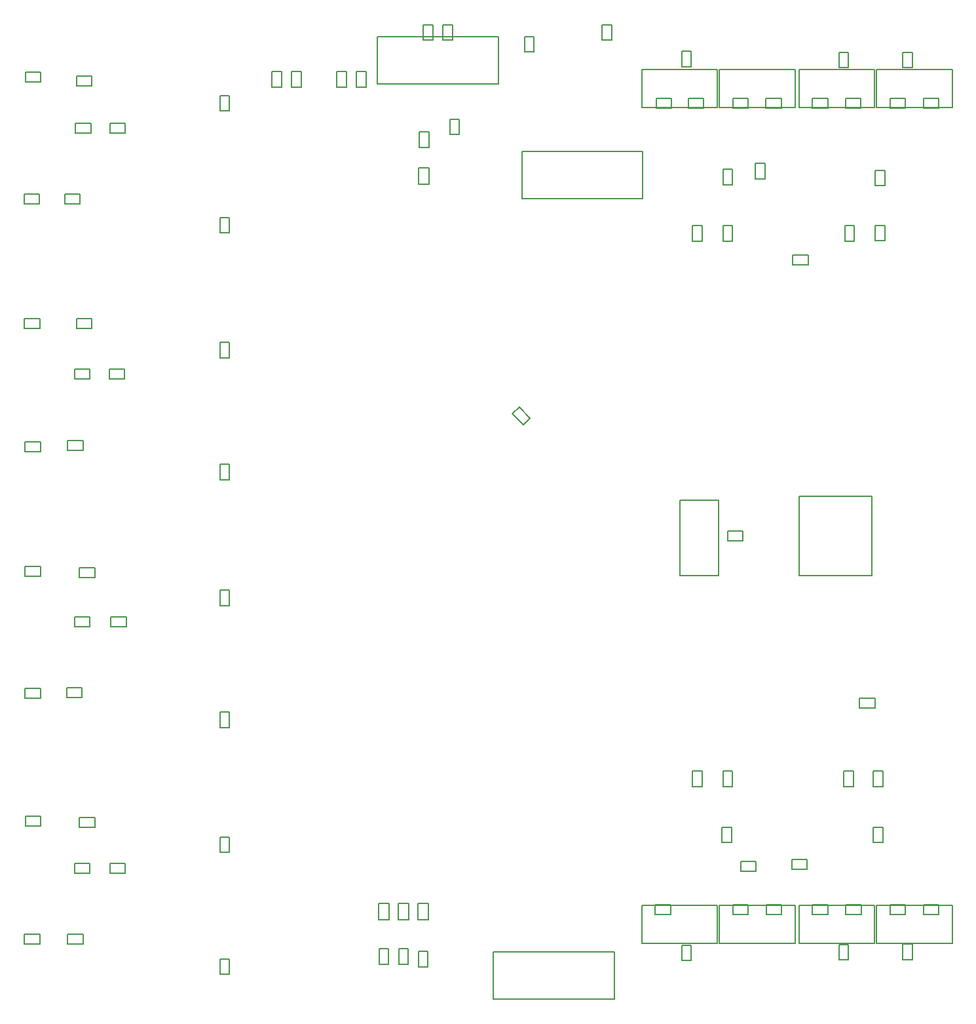
<source format=gbr>
%TF.GenerationSoftware,Altium Limited,Altium Designer,21.6.4 (81)*%
G04 Layer_Color=32896*
%FSLAX43Y43*%
%MOMM*%
%TF.SameCoordinates,95A2699C-722C-4572-8EE5-7BEA9F810E30*%
%TF.FilePolarity,Positive*%
%TF.FileFunction,Other,Mechanical_12*%
%TF.Part,Single*%
G01*
G75*
%TA.AperFunction,NonConductor*%
%ADD94C,0.200*%
%ADD95C,0.150*%
D94*
X-72527Y115800D02*
Y117800D01*
X-73777D02*
X-72527D01*
X-73777Y115800D02*
Y117800D01*
Y115800D02*
X-72527D01*
X-76414Y109400D02*
Y111500D01*
X-77764Y109400D02*
X-76414D01*
X-77764D02*
Y111500D01*
X-76414D01*
X-103495Y118848D02*
X-102245D01*
X-103495D02*
Y120848D01*
X-102245D01*
Y118848D02*
Y120848D01*
X-103495Y39219D02*
X-102245D01*
X-103495D02*
Y41219D01*
X-102245D01*
Y39219D02*
Y41219D01*
X-103495Y23090D02*
X-102245D01*
X-103495D02*
Y25090D01*
X-102245D01*
Y23090D02*
Y25090D01*
X-103495Y7342D02*
X-102245D01*
X-103495D02*
Y9342D01*
X-102245D01*
Y7342D02*
Y9342D01*
X-123174Y11273D02*
Y12523D01*
X-121174D01*
Y11273D02*
Y12523D01*
X-123174Y11273D02*
X-121174D01*
X-121650Y26386D02*
Y27636D01*
X-119650D01*
Y26386D02*
Y27636D01*
X-121650Y26386D02*
X-119650D01*
X-121650Y58644D02*
Y59894D01*
X-119650D01*
Y58644D02*
Y59894D01*
X-121650Y58644D02*
X-119650D01*
X-123174Y75027D02*
Y76277D01*
X-121174D01*
Y75027D02*
Y76277D01*
X-123174Y75027D02*
X-121174D01*
X-122031Y90775D02*
Y92025D01*
X-120031D01*
Y90775D02*
Y92025D01*
X-122031Y90775D02*
X-120031D01*
X-122031Y122144D02*
Y123394D01*
X-120031D01*
Y122144D02*
Y123394D01*
X-122031Y122144D02*
X-120031D01*
X-128635Y122652D02*
Y123902D01*
X-126635D01*
Y122652D02*
Y123902D01*
X-128635Y122652D02*
X-126635D01*
X-123301Y43150D02*
Y44400D01*
X-121301D01*
Y43150D02*
Y44400D01*
X-123301Y43150D02*
X-121301D01*
X-74666Y127992D02*
X-73416D01*
X-74666D02*
Y129992D01*
X-73416D01*
Y127992D02*
Y129992D01*
X-64125Y126468D02*
X-62875D01*
X-64125D02*
Y128468D01*
X-62875D01*
Y126468D02*
Y128468D01*
X-54092Y129992D02*
X-52842D01*
Y127992D02*
Y129992D01*
X-54092Y127992D02*
X-52842D01*
X-54092D02*
Y129992D01*
X-65665Y79727D02*
X-64781Y80611D01*
X-63367Y79197D01*
X-64251Y78313D02*
X-63367Y79197D01*
X-65665Y79727D02*
X-64251Y78313D01*
X-47228Y15083D02*
Y16333D01*
X-45228D01*
Y15083D02*
Y16333D01*
X-47228Y15083D02*
X-45228D01*
X-32877D02*
Y16333D01*
X-30877D01*
Y15083D02*
Y16333D01*
X-32877Y15083D02*
X-30877D01*
X-26908D02*
Y16333D01*
X-24908D01*
Y15083D02*
Y16333D01*
X-26908Y15083D02*
X-24908D01*
X-22590D02*
Y16333D01*
X-20590D01*
Y15083D02*
Y16333D01*
X-22590Y15083D02*
X-20590D01*
X-12557D02*
Y16333D01*
X-10557D01*
Y15083D02*
Y16333D01*
X-12557Y15083D02*
X-10557D01*
X-27575Y20925D02*
Y22175D01*
X-29575Y20925D02*
X-27575D01*
X-29575D02*
Y22175D01*
X-27575D01*
X-34179Y20671D02*
Y21921D01*
X-36179Y20671D02*
X-34179D01*
X-36179D02*
Y21921D01*
X-34179D01*
X-38598Y24360D02*
X-37348D01*
X-38598D02*
Y26360D01*
X-37348D01*
Y24360D02*
Y26360D01*
X-42408Y31599D02*
X-41158D01*
X-42408D02*
Y33599D01*
X-41158D01*
Y31599D02*
Y33599D01*
X-38471Y31599D02*
X-37221D01*
X-38471D02*
Y33599D01*
X-37221D01*
Y31599D02*
Y33599D01*
X-22850Y31599D02*
X-21600D01*
X-22850D02*
Y33599D01*
X-21600D01*
Y31599D02*
Y33599D01*
X-35868Y63343D02*
Y64593D01*
X-37868Y63343D02*
X-35868D01*
X-37868D02*
Y64593D01*
X-35868D01*
X-28597Y58850D02*
X-19250D01*
X-28597D02*
Y69086D01*
X-19250D01*
Y58850D02*
Y69086D01*
X-27448Y99030D02*
Y100280D01*
X-29448Y99030D02*
X-27448D01*
X-29448D02*
Y100280D01*
X-27448D01*
X-42408Y104049D02*
X-41158D01*
Y102049D02*
Y104049D01*
X-42408Y102049D02*
X-41158D01*
X-42408D02*
Y104049D01*
X-34280Y112085D02*
X-33030D01*
Y110085D02*
Y112085D01*
X-34280Y110085D02*
X-33030D01*
X-34280D02*
Y112085D01*
X-22723Y104049D02*
X-21473D01*
Y102049D02*
Y104049D01*
X-22723Y102049D02*
X-21473D01*
X-22723D02*
Y104049D01*
X-18786Y104084D02*
X-17536D01*
Y102084D02*
Y104084D01*
X-18786Y102084D02*
X-17536D01*
X-18786D02*
Y104084D01*
X-10557Y119223D02*
Y120473D01*
X-12557Y119223D02*
X-10557D01*
X-12557D02*
Y120473D01*
X-10557D01*
X-14875Y119223D02*
Y120473D01*
X-16875Y119223D02*
X-14875D01*
X-16875D02*
Y120473D01*
X-14875D01*
X-22625Y119223D02*
Y120473D01*
X-20625D01*
Y119223D02*
Y120473D01*
X-22625Y119223D02*
X-20625D01*
X-24908D02*
Y120473D01*
X-26908Y119223D02*
X-24908D01*
X-26908D02*
Y120473D01*
X-24908D01*
X-30912Y119223D02*
Y120473D01*
X-32912Y119223D02*
X-30912D01*
X-32912D02*
Y120473D01*
X-30912D01*
X-35195Y119223D02*
Y120473D01*
X-37195Y119223D02*
X-35195D01*
X-37195D02*
Y120473D01*
X-35195D01*
X-42945Y119223D02*
Y120473D01*
X-40945D01*
Y119223D02*
Y120473D01*
X-42945Y119223D02*
X-40945D01*
X-45101D02*
Y120473D01*
X-47101Y119223D02*
X-45101D01*
X-47101D02*
Y120473D01*
X-45101D01*
X-52525Y4195D02*
Y10295D01*
X-68125D02*
X-52525D01*
X-68125Y4195D02*
Y10295D01*
Y4195D02*
X-52525D01*
X-77891Y14404D02*
X-76541D01*
Y16504D01*
X-77891D02*
X-76541D01*
X-77891Y14404D02*
Y16504D01*
X-80431Y14404D02*
Y16504D01*
X-79081D01*
Y14404D02*
Y16504D01*
X-80431Y14404D02*
X-79081D01*
X-82971D02*
Y16504D01*
X-81621D01*
Y14404D02*
Y16504D01*
X-82971Y14404D02*
X-81621D01*
X-8826Y119278D02*
Y124238D01*
X-18606Y119278D02*
X-8826D01*
X-18606D02*
Y124238D01*
X-8826D01*
X-18859Y119273D02*
Y124233D01*
X-28639Y119273D02*
X-18859D01*
X-28639D02*
Y124233D01*
X-18859D01*
X-29146Y119278D02*
Y124238D01*
X-38926Y119278D02*
X-29146D01*
X-38926D02*
Y124238D01*
X-29146D01*
X-39179Y119278D02*
Y124238D01*
X-48959Y119278D02*
X-39179D01*
X-48959D02*
Y124238D01*
X-39179D01*
X-28639Y11318D02*
X-18859D01*
Y16278D01*
X-28639D02*
X-18859D01*
X-28639Y11318D02*
Y16278D01*
X-18606Y11318D02*
X-8826D01*
Y16278D01*
X-18606D02*
X-8826D01*
X-18606Y11318D02*
Y16278D01*
X-38926Y11318D02*
X-29146D01*
Y16278D01*
X-38926D02*
X-29146D01*
X-38926Y11318D02*
Y16278D01*
X-48959Y11318D02*
X-39179D01*
Y16278D01*
X-48959D02*
X-39179D01*
X-48959Y11318D02*
Y16278D01*
X-64442Y113627D02*
X-48842D01*
Y107527D02*
Y113627D01*
X-64442Y107527D02*
X-48842D01*
X-64442D02*
Y113627D01*
X-83111Y128440D02*
X-67511D01*
Y122340D02*
Y128440D01*
X-83111Y122340D02*
X-67511D01*
X-83111D02*
Y128440D01*
X-95514Y121931D02*
Y123931D01*
X-96764D02*
X-95514D01*
X-96764Y121931D02*
Y123931D01*
Y121931D02*
X-95514D01*
X-92974D02*
Y123931D01*
X-94224D02*
X-92974D01*
X-94224Y121931D02*
Y123931D01*
Y121931D02*
X-92974D01*
X-87132D02*
Y123931D01*
X-88382D02*
X-87132D01*
X-88382Y121931D02*
Y123931D01*
Y121931D02*
X-87132D01*
X-84592D02*
Y123931D01*
X-85842D02*
X-84592D01*
X-85842Y121931D02*
Y123931D01*
Y121931D02*
X-84592D01*
X-75956Y127992D02*
Y129992D01*
X-77206D02*
X-75956D01*
X-77206Y127992D02*
Y129992D01*
Y127992D02*
X-75956D01*
X-38471Y102027D02*
Y104027D01*
Y102027D02*
X-37221D01*
Y104027D01*
X-38471D02*
X-37221D01*
X-38471Y109323D02*
Y111323D01*
Y109323D02*
X-37221D01*
Y111323D01*
X-38471D02*
X-37221D01*
X-17807Y24377D02*
Y26377D01*
X-19057D02*
X-17807D01*
X-19057Y24377D02*
Y26377D01*
Y24377D02*
X-17807D01*
X-17790Y31599D02*
Y33599D01*
X-19040D02*
X-17790D01*
X-19040Y31599D02*
Y33599D01*
Y31599D02*
X-17790D01*
X-37195Y16333D02*
X-35195D01*
X-37195Y15083D02*
Y16333D01*
Y15083D02*
X-35195D01*
Y16333D01*
X-16875D02*
X-14875D01*
X-16875Y15083D02*
Y16333D01*
Y15083D02*
X-14875D01*
Y16333D01*
X-15230Y126436D02*
X-13980D01*
Y124436D02*
Y126436D01*
X-15230Y124436D02*
X-13980D01*
X-15230D02*
Y126436D01*
X-23485D02*
X-22235D01*
Y124436D02*
Y126436D01*
X-23485Y124436D02*
X-22235D01*
X-23485D02*
Y126436D01*
X-43805Y126598D02*
X-42555D01*
Y124598D02*
Y126598D01*
X-43805Y124598D02*
X-42555D01*
X-43805D02*
Y126598D01*
X-20812Y41753D02*
X-18812D01*
Y43003D01*
X-20812D02*
X-18812D01*
X-20812Y41753D02*
Y43003D01*
X-44009Y58824D02*
X-39049D01*
X-44009D02*
Y68604D01*
X-39049D01*
Y58824D02*
Y68604D01*
X-13980Y9247D02*
Y11247D01*
X-15230D02*
X-13980D01*
X-15230Y9247D02*
Y11247D01*
Y9247D02*
X-13980D01*
X-22235Y9212D02*
Y11212D01*
X-23485D02*
X-22235D01*
X-23485Y9212D02*
Y11212D01*
Y9212D02*
X-22235D01*
X-42555Y9120D02*
Y11120D01*
X-43805D02*
X-42555D01*
X-43805Y9120D02*
Y11120D01*
Y9120D02*
X-42555D01*
X-102245Y103100D02*
Y105100D01*
X-103495D02*
X-102245D01*
X-103495Y103100D02*
Y105100D01*
Y103100D02*
X-102245D01*
Y86971D02*
Y88971D01*
X-103495D02*
X-102245D01*
X-103495Y86971D02*
Y88971D01*
Y86971D02*
X-102245D01*
Y71223D02*
Y73223D01*
X-103495D02*
X-102245D01*
X-103495Y71223D02*
Y73223D01*
Y71223D02*
X-102245D01*
Y54967D02*
Y56967D01*
X-103495D02*
X-102245D01*
X-103495Y54967D02*
Y56967D01*
Y54967D02*
X-102245D01*
X-123555Y106904D02*
X-121555D01*
Y108154D01*
X-123555D02*
X-121555D01*
X-123555Y106904D02*
Y108154D01*
X-128635Y26513D02*
X-126635D01*
Y27763D01*
X-128635D02*
X-126635D01*
X-128635Y26513D02*
Y27763D01*
X-128797Y106904D02*
X-126797D01*
Y108154D01*
X-128797D02*
X-126797D01*
X-128797Y106904D02*
Y108154D01*
X-128762Y11273D02*
X-126762D01*
Y12523D01*
X-128762D02*
X-126762D01*
X-128762Y11273D02*
Y12523D01*
X-128670Y43023D02*
X-126670D01*
Y44273D01*
X-128670D02*
X-126670D01*
X-128670Y43023D02*
Y44273D01*
Y58771D02*
X-126670D01*
Y60021D01*
X-128670D02*
X-126670D01*
X-128670Y58771D02*
Y60021D01*
X-128762Y90775D02*
X-126762D01*
Y92025D01*
X-128762D02*
X-126762D01*
X-128762Y90775D02*
Y92025D01*
X-128670Y74900D02*
X-126670D01*
Y76150D01*
X-128670D02*
X-126670D01*
X-128670Y74900D02*
Y76150D01*
D95*
X-115713Y116048D02*
Y117298D01*
X-117713Y116048D02*
X-115713D01*
X-117713D02*
Y117298D01*
X-115713D01*
X-77714Y114149D02*
Y116149D01*
X-76464D01*
Y114149D02*
Y116149D01*
X-77714Y114149D02*
X-76464D01*
X-120285Y20417D02*
Y21667D01*
X-122285Y20417D02*
X-120285D01*
X-122285D02*
Y21667D01*
X-120285D01*
Y52294D02*
Y53544D01*
X-122285Y52294D02*
X-120285D01*
X-122285D02*
Y53544D01*
X-120285D01*
Y84298D02*
Y85548D01*
X-122285Y84298D02*
X-120285D01*
X-122285D02*
Y85548D01*
X-120285D01*
X-120158Y116048D02*
Y117298D01*
X-122158Y116048D02*
X-120158D01*
X-122158D02*
Y117298D01*
X-120158D01*
X-77841Y10345D02*
X-76591D01*
Y8345D02*
Y10345D01*
X-77841Y8345D02*
X-76591D01*
X-77841D02*
Y10345D01*
X-18786Y111196D02*
X-17536D01*
Y109196D02*
Y111196D01*
X-18786Y109196D02*
X-17536D01*
X-18786D02*
Y111196D01*
X-80381Y8672D02*
Y10672D01*
Y8672D02*
X-79131D01*
Y10672D01*
X-80381D02*
X-79131D01*
X-82921Y8672D02*
Y10672D01*
Y8672D02*
X-81671D01*
Y10672D01*
X-82921D02*
X-81671D01*
X-117713Y21667D02*
X-115713D01*
X-117713Y20417D02*
Y21667D01*
Y20417D02*
X-115713D01*
Y21667D01*
X-117773Y85548D02*
X-115773D01*
X-117773Y84298D02*
Y85548D01*
Y84298D02*
X-115773D01*
Y85548D01*
X-117586Y53544D02*
X-115586D01*
X-117586Y52294D02*
Y53544D01*
Y52294D02*
X-115586D01*
Y53544D01*
%TF.MD5,2f41278e6f40779715eb44373b3c6253*%
M02*

</source>
